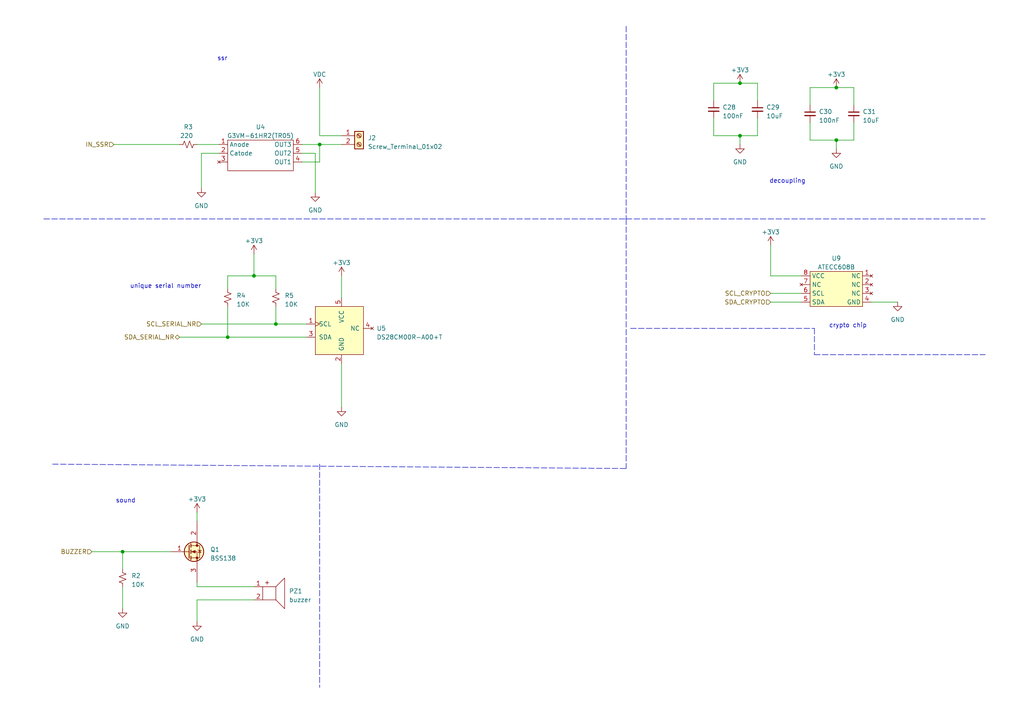
<source format=kicad_sch>
(kicad_sch (version 20210406) (generator eeschema)
  (paper "A4")
  (lib_symbols
    (symbol "Connector:Screw_Terminal_01x02" (pin_names (offset 1.016) hide)
      (property "Reference" "J" (at 0 2.54 0))
      (property "Value" "Screw_Terminal_01x02" (at 0 -5.08 0))
      (symbol "Screw_Terminal_01x02_1_1"
        (circle (center 0 -2.54) (radius 0.635) (stroke (width 0.1524)))
        (circle (center 0 0) (radius 0.635) (stroke (width 0.1524)))
        (rectangle (start -1.27 1.27) (end 1.27 -3.81) (stroke (width 0.254)) (fill (type background)))
        (polyline (pts (xy -0.5334 -2.2098) (xy 0.3302 -3.048)) (stroke (width 0.1524)))
        (polyline (pts (xy -0.5334 0.3302) (xy 0.3302 -0.508)) (stroke (width 0.1524)))
        (polyline (pts (xy -0.3556 -2.032) (xy 0.508 -2.8702)) (stroke (width 0.1524)))
        (polyline (pts (xy -0.3556 0.508) (xy 0.508 -0.3302)) (stroke (width 0.1524)))
        (pin passive line (at -5.08 0 0) (length 3.81) (name "Pin_1") (number "1"))
        (pin passive line (at -5.08 -2.54 0) (length 3.81) (name "Pin_2") (number "2"))
      )
    )
    (symbol "Device:C_Small" (pin_numbers hide) (pin_names (offset 0.254) hide)
      (property "Reference" "C" (at 0.254 1.778 0))
      (property "Value" "C_Small" (at 0.254 -2.032 0))
      (symbol "C_Small_0_1"
        (polyline (pts (xy -1.524 -0.508) (xy 1.524 -0.508)) (stroke (width 0.3302)))
        (polyline (pts (xy -1.524 0.508) (xy 1.524 0.508)) (stroke (width 0.3048)))
      )
      (symbol "C_Small_1_1"
        (pin passive line (at 0 2.54 270) (length 2.032) (name "~") (number "1"))
        (pin passive line (at 0 -2.54 90) (length 2.032) (name "~") (number "2"))
      )
    )
    (symbol "Device:R_Small_US" (pin_numbers hide) (pin_names (offset 0.254) hide)
      (property "Reference" "R" (at 0.762 0.508 0))
      (property "Value" "R_Small_US" (at 0.762 -1.016 0))
      (symbol "R_Small_US_1_1"
        (polyline (pts (xy 0 0) (xy 1.016 -0.381) (xy 0 -0.762) (xy -1.016 -1.143) (xy 0 -1.524)))
        (polyline (pts (xy 0 1.524) (xy 1.016 1.143) (xy 0 0.762) (xy -1.016 0.381) (xy 0 0)))
        (pin passive line (at 0 2.54 270) (length 1.016) (name "~") (number "1"))
        (pin passive line (at 0 -2.54 90) (length 1.016) (name "~") (number "2"))
      )
    )
    (symbol "Halfgelijders:ATECC608B"
      (property "Reference" "U" (at 0 -1.27 0))
      (property "Value" "ATECC608B" (at 2.54 6.35 0))
      (symbol "ATECC608B_0_1"
        (rectangle (start -5.08 5.08) (end 10.16 -5.08) (stroke (width 0.1524)) (fill (type background)))
      )
      (symbol "ATECC608B_1_1"
        (pin no_connect line (at -7.62 3.81 0) (length 2.54) (name "NC") (number "1"))
        (pin no_connect line (at -7.62 1.27 0) (length 2.54) (name "NC") (number "2"))
        (pin no_connect line (at -7.62 -1.27 0) (length 2.54) (name "NC") (number "3"))
        (pin power_out line (at -7.62 -3.81 0) (length 2.54) (name "GND") (number "4"))
        (pin bidirectional line (at 12.7 -3.81 180) (length 2.54) (name "SDA") (number "5"))
        (pin input line (at 12.7 -1.27 180) (length 2.54) (name "SCL") (number "6"))
        (pin no_connect line (at 12.7 1.27 180) (length 2.54) (name "NC") (number "7"))
        (pin power_in line (at 12.7 3.81 180) (length 2.54) (name "VCC") (number "8"))
      )
    )
    (symbol "Halfgelijders:BSS138"
      (property "Reference" "Q" (at 4.445 0 0))
      (property "Value" "BSS138" (at -4.445 3.175 0))
      (symbol "BSS138_1_1"
        (circle (center 1.27 -1.778) (radius 0.2794) (fill (type outline)))
        (circle (center 1.27 1.778) (radius 0.2794) (fill (type outline)))
        (circle (center 0.381 0) (radius 2.8194) (stroke (width 0.254)) (fill (type background)))
        (polyline (pts (xy -1.2192 0) (xy -1.016 0)))
        (polyline (pts (xy -0.508 -1.778) (xy 1.27 -1.778)))
        (polyline (pts (xy -0.508 -1.27) (xy -0.508 -2.286)) (stroke (width 0.254)))
        (polyline (pts (xy -0.508 0) (xy 1.27 0)))
        (polyline (pts (xy -0.508 0.508) (xy -0.508 -0.508)) (stroke (width 0.254)))
        (polyline (pts (xy -0.508 1.778) (xy 1.27 1.778)))
        (polyline (pts (xy -0.508 2.286) (xy -0.508 1.27)) (stroke (width 0.254)))
        (polyline (pts (xy 1.27 -1.778) (xy 1.27 -2.54)))
        (polyline (pts (xy 1.27 -1.778) (xy 1.27 0)))
        (polyline (pts (xy 1.27 2.54) (xy 1.27 1.778)))
        (polyline (pts (xy -1.016 1.905) (xy -1.016 -1.905) (xy -1.016 -1.905)) (stroke (width 0.254)))
        (polyline (pts (xy 1.27 -1.778) (xy 2.032 -1.778) (xy 2.032 1.778) (xy 1.27 1.778)))
        (polyline (pts (xy 1.524 0.508) (xy 1.651 0.381) (xy 2.413 0.381) (xy 2.54 0.254)))
        (polyline (pts (xy 2.032 0.381) (xy 1.651 -0.254) (xy 2.413 -0.254) (xy 2.032 0.381)))
        (polyline (pts (xy -0.254 0) (xy 0.762 0.381) (xy 0.762 -0.381) (xy -0.254 0)) (fill (type outline)))
        (pin input line (at -6.35 0 0) (length 5.08) (name "~") (number "1"))
        (pin unspecified line (at 1.27 8.89 270) (length 7.01) (name "~") (number "2"))
        (pin passive line (at 1.27 -8.89 90) (length 7.0104) (name "~") (number "3"))
      )
    )
    (symbol "Halfgelijders:DS28CM00R-A00+T" (pin_names (offset 1.016))
      (property "Reference" "U" (at 0 1.27 0))
      (property "Value" "DS28CM00R-A00+T" (at -17.78 6.35 0))
      (symbol "DS28CM00R-A00+T_0_1"
        (rectangle (start -7.62 7.62) (end 6.35 -6.35) (fill (type background)))
      )
      (symbol "DS28CM00R-A00+T_1_1"
        (pin input clock (at -10.16 2.54 0) (length 2.54) (name "SCL") (number "1"))
        (pin power_out line (at 0 -8.89 90) (length 2.54) (name "GND") (number "2"))
        (pin bidirectional line (at -10.16 -1.27 0) (length 2.54) (name "SDA") (number "3"))
        (pin no_connect line (at 8.89 1.27 180) (length 2.54) (name "NC") (number "4"))
        (pin power_in line (at 0 10.16 270) (length 2.54) (name "VCC") (number "5"))
      )
    )
    (symbol "Halfgelijders:G3VM-61HR2(TR05)"
      (property "Reference" "U" (at 1.27 -5.08 0))
      (property "Value" "G3VM-61HR2(TR05)" (at 8.89 -10.16 0))
      (symbol "G3VM-61HR2(TR05)_0_1"
        (rectangle (start 0 1.27) (end 19.05 -7.62) (stroke (width 0.1524)))
      )
      (symbol "G3VM-61HR2(TR05)_1_1"
        (pin input line (at -2.54 0 0) (length 2.54) (name "Anode") (number "1"))
        (pin output line (at -2.54 -2.54 0) (length 2.54) (name "Catode") (number "2"))
        (pin no_connect line (at -2.54 -5.08 0) (length 2.54) (name "") (number "3"))
        (pin output line (at 21.59 -5.08 180) (length 2.54) (name "OUT1") (number "4"))
        (pin output line (at 21.59 -2.54 180) (length 2.54) (name "OUT2") (number "5"))
        (pin output line (at 21.59 0 180) (length 2.54) (name "OUT3") (number "6"))
      )
    )
    (symbol "power:+3V3" (power) (pin_names (offset 0))
      (property "Value" "+3V3" (at 0 3.556 0))
      (symbol "+3V3_0_1"
        (polyline (pts (xy -0.762 1.27) (xy 0 2.54)))
        (polyline (pts (xy 0 0) (xy 0 2.54)))
        (polyline (pts (xy 0 2.54) (xy 0.762 1.27)))
      )
      (symbol "+3V3_1_1"
        (pin power_in line (at 0 0 90) (length 0) hide (name "+3V3") (number "1"))
      )
    )
    (symbol "power:GND" (power) (pin_names (offset 0))
      (property "Value" "GND" (at 0 -3.81 0))
      (symbol "GND_0_1"
        (polyline (pts (xy 0 0) (xy 0 -1.27) (xy 1.27 -1.27) (xy 0 -2.54) (xy -1.27 -1.27) (xy 0 -1.27)))
      )
      (symbol "GND_1_1"
        (pin power_in line (at 0 0 270) (length 0) hide (name "GND") (number "1"))
      )
    )
    (symbol "power:VDC" (power) (pin_names (offset 0))
      (property "Value" "VDC" (at 0 6.35 0))
      (symbol "VDC_0_1"
        (polyline (pts (xy -0.762 1.27) (xy 0 2.54)))
        (polyline (pts (xy 0 0) (xy 0 2.54)))
        (polyline (pts (xy 0 2.54) (xy 0.762 1.27)))
      )
      (symbol "VDC_1_1"
        (pin power_in line (at 0 0 90) (length 0) hide (name "VDC") (number "1"))
      )
    )
    (symbol "vanalles:buzzer" (pin_names (offset 1.016))
      (property "Reference" "PZ" (at 5.08 7.62 0))
      (property "Value" "buzzer" (at 0 7.62 0))
      (symbol "buzzer_0_0"
        (text "+" (at 1.27 1.27 0) (effects (font (size 1.27 1.27))))
        (polyline (pts (xy 3.81 -3.81) (xy 6.35 -6.35)))
        (polyline (pts (xy 6.35 -5.08) (xy 6.35 -6.35)))
        (polyline (pts (xy 3.81 0) (xy 6.35 2.54) (xy 6.35 -5.08)))
      )
      (symbol "buzzer_0_1"
        (rectangle (start 0 0) (end 3.81 -3.81))
      )
      (symbol "buzzer_1_1"
        (pin unspecified line (at -2.54 0 0) (length 2.54) (name "~") (number "1"))
        (pin unspecified line (at -2.54 -3.81 0) (length 2.54) (name "~") (number "2"))
      )
    )
  )
  (junction (at 35.56 160.02) (diameter 0.9144))
  (junction (at 66.04 97.79) (diameter 0.9144))
  (junction (at 73.66 80.01) (diameter 0.9144))
  (junction (at 80.01 93.98) (diameter 0.9144))
  (junction (at 92.71 41.91) (diameter 0.9144))
  (junction (at 214.63 24.13) (diameter 0.9144))
  (junction (at 214.63 39.37) (diameter 0.9144))
  (junction (at 242.57 25.4) (diameter 0.9144))
  (junction (at 242.57 40.64) (diameter 0.9144))
  (wire (pts (xy 26.67 160.02) (xy 35.56 160.02)))
  (wire (pts (xy 33.02 41.91) (xy 52.07 41.91)))
  (wire (pts (xy 35.56 160.02) (xy 49.53 160.02)))
  (wire (pts (xy 35.56 165.1) (xy 35.56 160.02)))
  (wire (pts (xy 35.56 170.18) (xy 35.56 176.53)))
  (wire (pts (xy 52.07 97.79) (xy 66.04 97.79)))
  (wire (pts (xy 57.15 41.91) (xy 63.5 41.91)))
  (wire (pts (xy 57.15 148.59) (xy 57.15 151.13)))
  (wire (pts (xy 57.15 168.91) (xy 57.15 170.18)))
  (wire (pts (xy 57.15 170.18) (xy 73.66 170.18)))
  (wire (pts (xy 57.15 173.99) (xy 57.15 180.34)))
  (wire (pts (xy 58.42 44.45) (xy 58.42 54.61)))
  (wire (pts (xy 58.42 44.45) (xy 63.5 44.45)))
  (wire (pts (xy 58.42 93.98) (xy 80.01 93.98)))
  (wire (pts (xy 66.04 80.01) (xy 73.66 80.01)))
  (wire (pts (xy 66.04 83.82) (xy 66.04 80.01)))
  (wire (pts (xy 66.04 88.9) (xy 66.04 97.79)))
  (wire (pts (xy 66.04 97.79) (xy 88.9 97.79)))
  (wire (pts (xy 73.66 73.66) (xy 73.66 80.01)))
  (wire (pts (xy 73.66 80.01) (xy 80.01 80.01)))
  (wire (pts (xy 73.66 173.99) (xy 57.15 173.99)))
  (wire (pts (xy 80.01 80.01) (xy 80.01 83.82)))
  (wire (pts (xy 80.01 88.9) (xy 80.01 93.98)))
  (wire (pts (xy 80.01 93.98) (xy 88.9 93.98)))
  (wire (pts (xy 87.63 46.99) (xy 92.71 46.99)))
  (wire (pts (xy 91.44 44.45) (xy 87.63 44.45)))
  (wire (pts (xy 91.44 44.45) (xy 91.44 55.88)))
  (wire (pts (xy 92.71 25.4) (xy 92.71 39.37)))
  (wire (pts (xy 92.71 39.37) (xy 99.06 39.37)))
  (wire (pts (xy 92.71 41.91) (xy 87.63 41.91)))
  (wire (pts (xy 92.71 46.99) (xy 92.71 41.91)))
  (wire (pts (xy 99.06 41.91) (xy 92.71 41.91)))
  (wire (pts (xy 99.06 80.01) (xy 99.06 86.36)))
  (wire (pts (xy 99.06 105.41) (xy 99.06 118.11)))
  (wire (pts (xy 207.01 24.13) (xy 214.63 24.13)))
  (wire (pts (xy 207.01 29.21) (xy 207.01 24.13)))
  (wire (pts (xy 207.01 39.37) (xy 207.01 34.29)))
  (wire (pts (xy 214.63 24.13) (xy 219.71 24.13)))
  (wire (pts (xy 214.63 39.37) (xy 207.01 39.37)))
  (wire (pts (xy 214.63 39.37) (xy 219.71 39.37)))
  (wire (pts (xy 214.63 41.91) (xy 214.63 39.37)))
  (wire (pts (xy 219.71 24.13) (xy 219.71 29.21)))
  (wire (pts (xy 219.71 39.37) (xy 219.71 34.29)))
  (wire (pts (xy 223.52 71.12) (xy 223.52 80.01)))
  (wire (pts (xy 223.52 85.09) (xy 232.41 85.09)))
  (wire (pts (xy 223.52 87.63) (xy 232.41 87.63)))
  (wire (pts (xy 232.41 80.01) (xy 223.52 80.01)))
  (wire (pts (xy 234.95 25.4) (xy 242.57 25.4)))
  (wire (pts (xy 234.95 30.48) (xy 234.95 25.4)))
  (wire (pts (xy 234.95 40.64) (xy 234.95 35.56)))
  (wire (pts (xy 242.57 25.4) (xy 247.65 25.4)))
  (wire (pts (xy 242.57 40.64) (xy 234.95 40.64)))
  (wire (pts (xy 242.57 40.64) (xy 247.65 40.64)))
  (wire (pts (xy 242.57 43.18) (xy 242.57 40.64)))
  (wire (pts (xy 247.65 25.4) (xy 247.65 30.48)))
  (wire (pts (xy 247.65 40.64) (xy 247.65 35.56)))
  (wire (pts (xy 260.35 87.63) (xy 252.73 87.63)))
  (polyline (pts (xy 12.7 63.5) (xy 181.61 63.5)) (stroke (width 0) (type dash)))
  (polyline (pts (xy 15.24 134.62) (xy 181.61 135.89)) (stroke (width 0) (type dash)))
  (polyline (pts (xy 92.71 134.62) (xy 92.71 199.39)) (stroke (width 0) (type dash)))
  (polyline (pts (xy 181.61 7.62) (xy 181.61 63.5)) (stroke (width 0) (type dash)))
  (polyline (pts (xy 181.61 63.5) (xy 181.61 132.08)) (stroke (width 0) (type dash)))
  (polyline (pts (xy 181.61 63.5) (xy 285.75 63.5)) (stroke (width 0) (type dash)))
  (polyline (pts (xy 181.61 132.08) (xy 181.61 135.89)) (stroke (width 0) (type dash)))
  (polyline (pts (xy 182.88 95.25) (xy 236.22 95.25)) (stroke (width 0) (type dash)))
  (polyline (pts (xy 236.22 95.25) (xy 236.22 102.87)) (stroke (width 0) (type dash)))
  (polyline (pts (xy 236.22 102.87) (xy 285.75 102.87)) (stroke (width 0) (type dash)))
  (text "sound\n" (at 39.37 146.05 180) (effects (font (size 1.27 1.27)) (justify right bottom)))
  (text "unique serial number\n" (at 58.42 83.82 180) (effects (font (size 1.27 1.27)) (justify right bottom)))
  (text "ssr\n" (at 66.04 17.78 180) (effects (font (size 1.27 1.27)) (justify right bottom)))
  (text "decoupling\n" (at 233.68 53.34 180) (effects (font (size 1.27 1.27)) (justify right bottom)))
  (text "crypto chip\n" (at 251.46 95.25 180) (effects (font (size 1.27 1.27)) (justify right bottom)))
  (hierarchical_label "BUZZER" (shape input) (at 26.67 160.02 180))
  (hierarchical_label "IN_SSR" (shape input) (at 33.02 41.91 180))
  (hierarchical_label "SDA_SERIAL_NR" (shape bidirectional) (at 52.07 97.79 180))
  (hierarchical_label "SCL_SERIAL_NR" (shape input) (at 58.42 93.98 180))
  (hierarchical_label "SCL_CRYPTO" (shape input) (at 223.52 85.09 180))
  (hierarchical_label "SDA_CRYPTO" (shape input) (at 223.52 87.63 180))
  (symbol (lib_id "power:+3V3") (at 57.15 148.59 0) (unit 1)
    (property "Reference" "#PWR0119" (effects hide))
    (property "Value" "+3V3" (at 57.15 144.78 0))
  )
  (symbol (lib_id "power:+3V3") (at 73.66 73.66 0) (unit 1)
    (property "Reference" "#PWR0120" (effects hide))
    (property "Value" "+3V3" (at 73.66 69.85 0))
  )
  (symbol (lib_id "power:VDC") (at 92.71 25.4 0) (unit 1)
    (property "Reference" "#PWR0122" (effects hide))
    (property "Value" "VDC" (at 92.71 21.59 0))
  )
  (symbol (lib_id "power:+3V3") (at 99.06 80.01 0) (unit 1)
    (property "Reference" "#PWR0121" (effects hide))
    (property "Value" "+3V3" (at 99.06 76.2 0))
  )
  (symbol (lib_id "power:+3V3") (at 214.63 24.13 0) (unit 1)
    (property "Reference" "#PWR01" (effects hide))
    (property "Value" "+3V3" (at 214.63 20.32 0))
  )
  (symbol (lib_id "power:+3V3") (at 223.52 71.12 0) (unit 1)
    (property "Reference" "#PWR0156" (effects hide))
    (property "Value" "+3V3" (at 223.52 67.31 0))
  )
  (symbol (lib_id "power:+3V3") (at 242.57 25.4 0) (unit 1)
    (property "Reference" "#PWR03" (effects hide))
    (property "Value" "+3V3" (at 242.57 21.59 0))
  )
  (symbol (lib_id "power:GND") (at 35.56 176.53 0) (unit 1)
    (property "Reference" "#PWR0117" (effects hide))
    (property "Value" "GND" (at 35.56 181.61 0))
  )
  (symbol (lib_id "power:GND") (at 57.15 180.34 0) (unit 1)
    (property "Reference" "#PWR0118" (effects hide))
    (property "Value" "GND" (at 57.15 185.42 0))
  )
  (symbol (lib_id "power:GND") (at 58.42 54.61 0) (unit 1)
    (property "Reference" "#PWR0123" (effects hide))
    (property "Value" "GND" (at 58.42 59.69 0))
  )
  (symbol (lib_id "power:GND") (at 91.44 55.88 0) (unit 1)
    (property "Reference" "#PWR0124" (effects hide))
    (property "Value" "GND" (at 91.44 60.96 0))
  )
  (symbol (lib_id "power:GND") (at 99.06 118.11 0) (unit 1)
    (property "Reference" "#PWR0116" (effects hide))
    (property "Value" "GND" (at 99.06 123.19 0))
  )
  (symbol (lib_id "power:GND") (at 214.63 41.91 0) (unit 1)
    (property "Reference" "#PWR02" (effects hide))
    (property "Value" "GND" (at 214.63 46.99 0))
  )
  (symbol (lib_id "power:GND") (at 242.57 43.18 0) (unit 1)
    (property "Reference" "#PWR04" (effects hide))
    (property "Value" "GND" (at 242.57 48.26 0))
  )
  (symbol (lib_id "power:GND") (at 260.35 87.63 0) (unit 1)
    (property "Reference" "#PWR0155" (effects hide))
    (property "Value" "GND" (at 260.35 92.71 0))
  )
  (symbol (lib_id "Device:R_Small_US") (at 35.56 167.64 0) (unit 1)
    (property "Reference" "R2" (at 38.1 167.0049 0) (effects (justify left)))
    (property "Value" "10K" (at 38.1 169.5449 0) (effects (justify left)))
    (property "Footprint" "vanalles:0603" (effects hide))
  )
  (symbol (lib_id "Device:R_Small_US") (at 54.61 41.91 90) (unit 1)
    (property "Reference" "R3" (at 54.61 36.83 90))
    (property "Value" "220 " (at 54.61 39.37 90))
    (property "Footprint" "vanalles:0603" (effects hide))
  )
  (symbol (lib_id "Device:R_Small_US") (at 66.04 86.36 0) (unit 1)
    (property "Reference" "R4" (at 68.58 85.7249 0) (effects (justify left)))
    (property "Value" "10K" (at 68.58 88.2649 0) (effects (justify left)))
    (property "Footprint" "vanalles:0603" (effects hide))
  )
  (symbol (lib_id "Device:R_Small_US") (at 80.01 86.36 0) (unit 1)
    (property "Reference" "R5" (at 82.55 85.7249 0) (effects (justify left)))
    (property "Value" "10K" (at 82.55 88.2649 0) (effects (justify left)))
    (property "Footprint" "vanalles:0603" (effects hide))
  )
  (symbol (lib_id "Device:C_Small") (at 207.01 31.75 0) (unit 1)
    (property "Reference" "C28" (at 209.55 31.1149 0) (effects (justify left)))
    (property "Value" "100nF" (at 209.55 33.6549 0) (effects (justify left)))
    (property "Footprint" "vanalles:0603" (effects hide))
  )
  (symbol (lib_id "Device:C_Small") (at 219.71 31.75 0) (unit 1)
    (property "Reference" "C29" (at 222.25 31.1149 0) (effects (justify left)))
    (property "Value" "10uF" (at 222.25 33.6549 0) (effects (justify left)))
    (property "Footprint" "vanalles:0603" (effects hide))
  )
  (symbol (lib_id "Device:C_Small") (at 234.95 33.02 0) (unit 1)
    (property "Reference" "C30" (at 237.49 32.3849 0) (effects (justify left)))
    (property "Value" "100nF" (at 237.49 34.9249 0) (effects (justify left)))
    (property "Footprint" "vanalles:0603" (effects hide))
  )
  (symbol (lib_id "Device:C_Small") (at 247.65 33.02 0) (unit 1)
    (property "Reference" "C31" (at 250.19 32.3849 0) (effects (justify left)))
    (property "Value" "10uF" (at 250.19 34.9249 0) (effects (justify left)))
    (property "Footprint" "vanalles:0603" (effects hide))
  )
  (symbol (lib_id "Connector:Screw_Terminal_01x02") (at 104.14 39.37 0) (unit 1)
    (property "Reference" "J2" (at 106.68 40.0049 0) (effects (justify left)))
    (property "Value" "Screw_Terminal_01x02" (at 106.68 42.5449 0) (effects (justify left)))
    (property "Footprint" "connectors_user:2pin_screw" (effects hide))
  )
  (symbol (lib_id "vanalles:buzzer") (at 76.2 170.18 0) (unit 1)
    (property "Reference" "PZ1" (at 83.82 171.4499 0) (effects (justify left)))
    (property "Value" "buzzer" (at 83.82 173.9899 0) (effects (justify left)))
    (property "Footprint" "vanalles:PROSIGNAL_ABI-017-RC" (effects hide))
  )
  (symbol (lib_id "Halfgelijders:BSS138") (at 55.88 160.02 0) (unit 1)
    (property "Reference" "Q1" (at 60.96 159.3849 0) (effects (justify left)))
    (property "Value" "BSS138" (at 60.96 161.9249 0) (effects (justify left)))
    (property "Footprint" "halfgeleiders:sot-23," (effects hide))
  )
  (symbol (lib_id "Halfgelijders:ATECC608B") (at 245.11 83.82 0) (mirror y) (unit 1)
    (property "Reference" "U9" (at 242.57 74.93 0))
    (property "Value" "ATECC608B" (at 242.57 77.47 0))
    (property "Footprint" "halfgeleiders:soic p1.27 lengt 5.40" (effects hide))
  )
  (symbol (lib_id "Halfgelijders:G3VM-61HR2(TR05)") (at 66.04 41.91 0) (unit 1)
    (property "Reference" "U4" (at 75.565 36.83 0))
    (property "Value" "G3VM-61HR2(TR05)" (at 75.565 39.37 0))
    (property "Footprint" "halfgeleiders:sop4 P=2.54" (effects hide))
  )
  (symbol (lib_id "Halfgelijders:DS28CM00R-A00+T") (at 99.06 96.52 0) (unit 1)
    (property "Reference" "U5" (at 109.22 95.2499 0) (effects (justify left)))
    (property "Value" "DS28CM00R-A00+T" (at 109.22 97.7899 0) (effects (justify left)))
    (property "Footprint" "halfgeleiders:SOT-25" (effects hide))
  )
)
</source>
